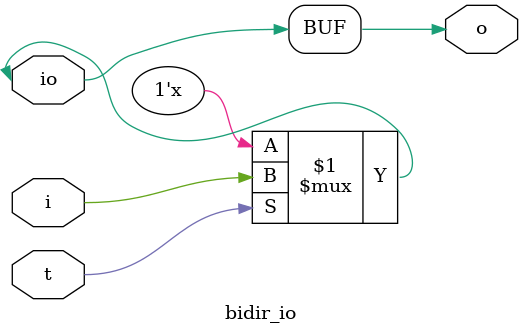
<source format=v>
module bidir_io (
  input  wire t , // Control signal for driving the inout port
  inout  wire i , // Input port
  output wire o , // Output port
  inout  wire io  // Inout port
);
  
  // Assign either input or high impedance to inout port based on control signal
  // If t is 1, assign input to inout port, else if t is 0, assign high impedance to inout port
  assign io = t ? i : 1'bz;
  
  // Assign the value of the inout port to the output port
  assign o = io;
  
endmodule

</source>
